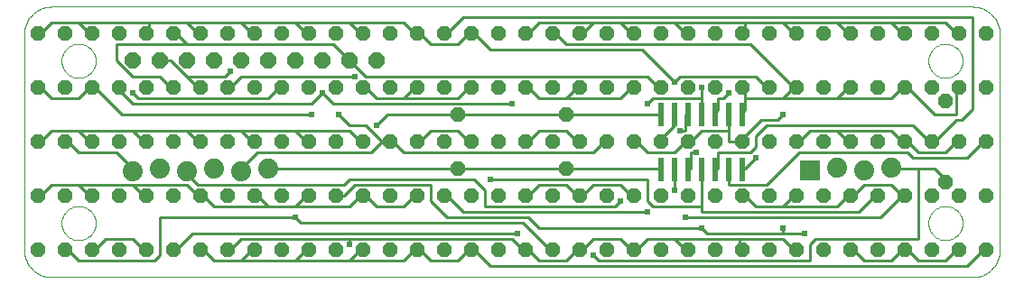
<source format=gbl>
G75*
G70*
%OFA0B0*%
%FSLAX24Y24*%
%IPPOS*%
%LPD*%
%AMOC8*
5,1,8,0,0,1.08239X$1,22.5*
%
%ADD10C,0.0000*%
%ADD11OC8,0.0520*%
%ADD12OC8,0.0600*%
%ADD13R,0.0240X0.0870*%
%ADD14R,0.0740X0.0740*%
%ADD15C,0.0740*%
%ADD16C,0.0100*%
%ADD17C,0.0240*%
D10*
X001811Y000100D02*
X035811Y000100D01*
X035871Y000102D01*
X035932Y000107D01*
X035991Y000116D01*
X036050Y000129D01*
X036109Y000145D01*
X036166Y000165D01*
X036221Y000188D01*
X036276Y000215D01*
X036328Y000244D01*
X036379Y000277D01*
X036428Y000313D01*
X036474Y000351D01*
X036518Y000393D01*
X036560Y000437D01*
X036598Y000483D01*
X036634Y000532D01*
X036667Y000583D01*
X036696Y000635D01*
X036723Y000690D01*
X036746Y000745D01*
X036766Y000802D01*
X036782Y000861D01*
X036795Y000920D01*
X036804Y000979D01*
X036809Y001040D01*
X036811Y001100D01*
X036811Y009100D01*
X036809Y009160D01*
X036804Y009221D01*
X036795Y009280D01*
X036782Y009339D01*
X036766Y009398D01*
X036746Y009455D01*
X036723Y009510D01*
X036696Y009565D01*
X036667Y009617D01*
X036634Y009668D01*
X036598Y009717D01*
X036560Y009763D01*
X036518Y009807D01*
X036474Y009849D01*
X036428Y009887D01*
X036379Y009923D01*
X036328Y009956D01*
X036276Y009985D01*
X036221Y010012D01*
X036166Y010035D01*
X036109Y010055D01*
X036050Y010071D01*
X035991Y010084D01*
X035932Y010093D01*
X035871Y010098D01*
X035811Y010100D01*
X001811Y010100D01*
X001751Y010098D01*
X001690Y010093D01*
X001631Y010084D01*
X001572Y010071D01*
X001513Y010055D01*
X001456Y010035D01*
X001401Y010012D01*
X001346Y009985D01*
X001294Y009956D01*
X001243Y009923D01*
X001194Y009887D01*
X001148Y009849D01*
X001104Y009807D01*
X001062Y009763D01*
X001024Y009717D01*
X000988Y009668D01*
X000955Y009617D01*
X000926Y009565D01*
X000899Y009510D01*
X000876Y009455D01*
X000856Y009398D01*
X000840Y009339D01*
X000827Y009280D01*
X000818Y009221D01*
X000813Y009160D01*
X000811Y009100D01*
X000811Y001100D01*
X000813Y001040D01*
X000818Y000979D01*
X000827Y000920D01*
X000840Y000861D01*
X000856Y000802D01*
X000876Y000745D01*
X000899Y000690D01*
X000926Y000635D01*
X000955Y000583D01*
X000988Y000532D01*
X001024Y000483D01*
X001062Y000437D01*
X001104Y000393D01*
X001148Y000351D01*
X001194Y000313D01*
X001243Y000277D01*
X001294Y000244D01*
X001346Y000215D01*
X001401Y000188D01*
X001456Y000165D01*
X001513Y000145D01*
X001572Y000129D01*
X001631Y000116D01*
X001690Y000107D01*
X001751Y000102D01*
X001811Y000100D01*
X002181Y002100D02*
X002183Y002150D01*
X002189Y002200D01*
X002199Y002249D01*
X002213Y002297D01*
X002230Y002344D01*
X002251Y002389D01*
X002276Y002433D01*
X002304Y002474D01*
X002336Y002513D01*
X002370Y002550D01*
X002407Y002584D01*
X002447Y002614D01*
X002489Y002641D01*
X002533Y002665D01*
X002579Y002686D01*
X002626Y002702D01*
X002674Y002715D01*
X002724Y002724D01*
X002773Y002729D01*
X002824Y002730D01*
X002874Y002727D01*
X002923Y002720D01*
X002972Y002709D01*
X003020Y002694D01*
X003066Y002676D01*
X003111Y002654D01*
X003154Y002628D01*
X003195Y002599D01*
X003234Y002567D01*
X003270Y002532D01*
X003302Y002494D01*
X003332Y002454D01*
X003359Y002411D01*
X003382Y002367D01*
X003401Y002321D01*
X003417Y002273D01*
X003429Y002224D01*
X003437Y002175D01*
X003441Y002125D01*
X003441Y002075D01*
X003437Y002025D01*
X003429Y001976D01*
X003417Y001927D01*
X003401Y001879D01*
X003382Y001833D01*
X003359Y001789D01*
X003332Y001746D01*
X003302Y001706D01*
X003270Y001668D01*
X003234Y001633D01*
X003195Y001601D01*
X003154Y001572D01*
X003111Y001546D01*
X003066Y001524D01*
X003020Y001506D01*
X002972Y001491D01*
X002923Y001480D01*
X002874Y001473D01*
X002824Y001470D01*
X002773Y001471D01*
X002724Y001476D01*
X002674Y001485D01*
X002626Y001498D01*
X002579Y001514D01*
X002533Y001535D01*
X002489Y001559D01*
X002447Y001586D01*
X002407Y001616D01*
X002370Y001650D01*
X002336Y001687D01*
X002304Y001726D01*
X002276Y001767D01*
X002251Y001811D01*
X002230Y001856D01*
X002213Y001903D01*
X002199Y001951D01*
X002189Y002000D01*
X002183Y002050D01*
X002181Y002100D01*
X002181Y008100D02*
X002183Y008150D01*
X002189Y008200D01*
X002199Y008249D01*
X002213Y008297D01*
X002230Y008344D01*
X002251Y008389D01*
X002276Y008433D01*
X002304Y008474D01*
X002336Y008513D01*
X002370Y008550D01*
X002407Y008584D01*
X002447Y008614D01*
X002489Y008641D01*
X002533Y008665D01*
X002579Y008686D01*
X002626Y008702D01*
X002674Y008715D01*
X002724Y008724D01*
X002773Y008729D01*
X002824Y008730D01*
X002874Y008727D01*
X002923Y008720D01*
X002972Y008709D01*
X003020Y008694D01*
X003066Y008676D01*
X003111Y008654D01*
X003154Y008628D01*
X003195Y008599D01*
X003234Y008567D01*
X003270Y008532D01*
X003302Y008494D01*
X003332Y008454D01*
X003359Y008411D01*
X003382Y008367D01*
X003401Y008321D01*
X003417Y008273D01*
X003429Y008224D01*
X003437Y008175D01*
X003441Y008125D01*
X003441Y008075D01*
X003437Y008025D01*
X003429Y007976D01*
X003417Y007927D01*
X003401Y007879D01*
X003382Y007833D01*
X003359Y007789D01*
X003332Y007746D01*
X003302Y007706D01*
X003270Y007668D01*
X003234Y007633D01*
X003195Y007601D01*
X003154Y007572D01*
X003111Y007546D01*
X003066Y007524D01*
X003020Y007506D01*
X002972Y007491D01*
X002923Y007480D01*
X002874Y007473D01*
X002824Y007470D01*
X002773Y007471D01*
X002724Y007476D01*
X002674Y007485D01*
X002626Y007498D01*
X002579Y007514D01*
X002533Y007535D01*
X002489Y007559D01*
X002447Y007586D01*
X002407Y007616D01*
X002370Y007650D01*
X002336Y007687D01*
X002304Y007726D01*
X002276Y007767D01*
X002251Y007811D01*
X002230Y007856D01*
X002213Y007903D01*
X002199Y007951D01*
X002189Y008000D01*
X002183Y008050D01*
X002181Y008100D01*
X034181Y008100D02*
X034183Y008150D01*
X034189Y008200D01*
X034199Y008249D01*
X034213Y008297D01*
X034230Y008344D01*
X034251Y008389D01*
X034276Y008433D01*
X034304Y008474D01*
X034336Y008513D01*
X034370Y008550D01*
X034407Y008584D01*
X034447Y008614D01*
X034489Y008641D01*
X034533Y008665D01*
X034579Y008686D01*
X034626Y008702D01*
X034674Y008715D01*
X034724Y008724D01*
X034773Y008729D01*
X034824Y008730D01*
X034874Y008727D01*
X034923Y008720D01*
X034972Y008709D01*
X035020Y008694D01*
X035066Y008676D01*
X035111Y008654D01*
X035154Y008628D01*
X035195Y008599D01*
X035234Y008567D01*
X035270Y008532D01*
X035302Y008494D01*
X035332Y008454D01*
X035359Y008411D01*
X035382Y008367D01*
X035401Y008321D01*
X035417Y008273D01*
X035429Y008224D01*
X035437Y008175D01*
X035441Y008125D01*
X035441Y008075D01*
X035437Y008025D01*
X035429Y007976D01*
X035417Y007927D01*
X035401Y007879D01*
X035382Y007833D01*
X035359Y007789D01*
X035332Y007746D01*
X035302Y007706D01*
X035270Y007668D01*
X035234Y007633D01*
X035195Y007601D01*
X035154Y007572D01*
X035111Y007546D01*
X035066Y007524D01*
X035020Y007506D01*
X034972Y007491D01*
X034923Y007480D01*
X034874Y007473D01*
X034824Y007470D01*
X034773Y007471D01*
X034724Y007476D01*
X034674Y007485D01*
X034626Y007498D01*
X034579Y007514D01*
X034533Y007535D01*
X034489Y007559D01*
X034447Y007586D01*
X034407Y007616D01*
X034370Y007650D01*
X034336Y007687D01*
X034304Y007726D01*
X034276Y007767D01*
X034251Y007811D01*
X034230Y007856D01*
X034213Y007903D01*
X034199Y007951D01*
X034189Y008000D01*
X034183Y008050D01*
X034181Y008100D01*
X034181Y002100D02*
X034183Y002150D01*
X034189Y002200D01*
X034199Y002249D01*
X034213Y002297D01*
X034230Y002344D01*
X034251Y002389D01*
X034276Y002433D01*
X034304Y002474D01*
X034336Y002513D01*
X034370Y002550D01*
X034407Y002584D01*
X034447Y002614D01*
X034489Y002641D01*
X034533Y002665D01*
X034579Y002686D01*
X034626Y002702D01*
X034674Y002715D01*
X034724Y002724D01*
X034773Y002729D01*
X034824Y002730D01*
X034874Y002727D01*
X034923Y002720D01*
X034972Y002709D01*
X035020Y002694D01*
X035066Y002676D01*
X035111Y002654D01*
X035154Y002628D01*
X035195Y002599D01*
X035234Y002567D01*
X035270Y002532D01*
X035302Y002494D01*
X035332Y002454D01*
X035359Y002411D01*
X035382Y002367D01*
X035401Y002321D01*
X035417Y002273D01*
X035429Y002224D01*
X035437Y002175D01*
X035441Y002125D01*
X035441Y002075D01*
X035437Y002025D01*
X035429Y001976D01*
X035417Y001927D01*
X035401Y001879D01*
X035382Y001833D01*
X035359Y001789D01*
X035332Y001746D01*
X035302Y001706D01*
X035270Y001668D01*
X035234Y001633D01*
X035195Y001601D01*
X035154Y001572D01*
X035111Y001546D01*
X035066Y001524D01*
X035020Y001506D01*
X034972Y001491D01*
X034923Y001480D01*
X034874Y001473D01*
X034824Y001470D01*
X034773Y001471D01*
X034724Y001476D01*
X034674Y001485D01*
X034626Y001498D01*
X034579Y001514D01*
X034533Y001535D01*
X034489Y001559D01*
X034447Y001586D01*
X034407Y001616D01*
X034370Y001650D01*
X034336Y001687D01*
X034304Y001726D01*
X034276Y001767D01*
X034251Y001811D01*
X034230Y001856D01*
X034213Y001903D01*
X034199Y001951D01*
X034189Y002000D01*
X034183Y002050D01*
X034181Y002100D01*
D11*
X034311Y001100D03*
X033311Y001100D03*
X032311Y001100D03*
X031311Y001100D03*
X030311Y001100D03*
X029311Y001100D03*
X028311Y001100D03*
X027311Y001100D03*
X026311Y001100D03*
X025311Y001100D03*
X024311Y001100D03*
X023311Y001100D03*
X022311Y001100D03*
X021311Y001100D03*
X020311Y001100D03*
X019311Y001100D03*
X018311Y001100D03*
X017311Y001100D03*
X016311Y001100D03*
X015311Y001100D03*
X014311Y001100D03*
X013311Y001100D03*
X012311Y001100D03*
X011311Y001100D03*
X010311Y001100D03*
X009311Y001100D03*
X008311Y001100D03*
X007311Y001100D03*
X006311Y001100D03*
X005311Y001100D03*
X004311Y001100D03*
X003311Y001100D03*
X002311Y001100D03*
X001311Y001100D03*
X001311Y003100D03*
X002311Y003100D03*
X003311Y003100D03*
X004311Y003100D03*
X005311Y003100D03*
X006311Y003100D03*
X007311Y003100D03*
X008311Y003100D03*
X009311Y003100D03*
X010311Y003100D03*
X011311Y003100D03*
X012311Y003100D03*
X013311Y003100D03*
X014311Y003100D03*
X015311Y003100D03*
X016311Y003100D03*
X017311Y003100D03*
X018311Y003100D03*
X019311Y003100D03*
X020311Y003100D03*
X021311Y003100D03*
X022311Y003100D03*
X023311Y003100D03*
X024311Y003100D03*
X025311Y003100D03*
X026311Y003100D03*
X027311Y003100D03*
X028311Y003100D03*
X029311Y003100D03*
X030311Y003100D03*
X031311Y003100D03*
X032311Y003100D03*
X033311Y003100D03*
X034311Y003100D03*
X035311Y003100D03*
X036311Y003100D03*
X034811Y003600D03*
X035311Y005100D03*
X036311Y005100D03*
X034311Y005100D03*
X033311Y005100D03*
X032311Y005100D03*
X031311Y005100D03*
X030311Y005100D03*
X029311Y005100D03*
X028311Y005100D03*
X027311Y005100D03*
X026311Y005100D03*
X025311Y005100D03*
X024311Y005100D03*
X023311Y005100D03*
X022311Y005100D03*
X021311Y005100D03*
X020311Y005100D03*
X019311Y005100D03*
X018311Y005100D03*
X017311Y005100D03*
X016311Y005100D03*
X015311Y005100D03*
X014311Y005100D03*
X013311Y005100D03*
X012311Y005100D03*
X011311Y005100D03*
X010311Y005100D03*
X009311Y005100D03*
X008311Y005100D03*
X007311Y005100D03*
X006311Y005100D03*
X005311Y005100D03*
X004311Y005100D03*
X003311Y005100D03*
X002311Y005100D03*
X001311Y005100D03*
X001311Y007100D03*
X002311Y007100D03*
X003311Y007100D03*
X004311Y007100D03*
X005311Y007100D03*
X006311Y007100D03*
X007311Y007100D03*
X008311Y007100D03*
X009311Y007100D03*
X010311Y007100D03*
X011311Y007100D03*
X012311Y007100D03*
X013311Y007100D03*
X014311Y007100D03*
X015311Y007100D03*
X016311Y007100D03*
X017311Y007100D03*
X018311Y007100D03*
X019311Y007100D03*
X020311Y007100D03*
X021311Y007100D03*
X022311Y007100D03*
X023311Y007100D03*
X024311Y007100D03*
X025311Y007100D03*
X026311Y007100D03*
X027311Y007100D03*
X028311Y007100D03*
X029311Y007100D03*
X030311Y007100D03*
X031311Y007100D03*
X032311Y007100D03*
X033311Y007100D03*
X034311Y007100D03*
X035311Y007100D03*
X036311Y007100D03*
X034811Y006600D03*
X035311Y009100D03*
X036311Y009100D03*
X034311Y009100D03*
X033311Y009100D03*
X032311Y009100D03*
X031311Y009100D03*
X030311Y009100D03*
X029311Y009100D03*
X028311Y009100D03*
X027311Y009100D03*
X026311Y009100D03*
X025311Y009100D03*
X024311Y009100D03*
X023311Y009100D03*
X022311Y009100D03*
X021311Y009100D03*
X020311Y009100D03*
X019311Y009100D03*
X018311Y009100D03*
X017311Y009100D03*
X016311Y009100D03*
X015311Y009100D03*
X014311Y009100D03*
X013311Y009100D03*
X012311Y009100D03*
X011311Y009100D03*
X010311Y009100D03*
X009311Y009100D03*
X008311Y009100D03*
X007311Y009100D03*
X006311Y009100D03*
X005311Y009100D03*
X004311Y009100D03*
X003311Y009100D03*
X002311Y009100D03*
X001311Y009100D03*
X016811Y006100D03*
X020811Y006100D03*
X020811Y004100D03*
X016811Y004100D03*
X035311Y001100D03*
X036311Y001100D03*
D12*
X013811Y008100D03*
X012811Y008100D03*
X011811Y008100D03*
X010811Y008100D03*
X009811Y008100D03*
X008811Y008100D03*
X007811Y008100D03*
X006811Y008100D03*
X005811Y008100D03*
X004811Y008100D03*
D13*
X024311Y006125D03*
X024811Y006125D03*
X025311Y006125D03*
X025811Y006125D03*
X026311Y006125D03*
X026811Y006125D03*
X027311Y006125D03*
X027311Y004075D03*
X026811Y004075D03*
X026311Y004075D03*
X025811Y004075D03*
X025311Y004075D03*
X024811Y004075D03*
X024311Y004075D03*
D14*
X029811Y004050D03*
D15*
X030811Y004150D03*
X031811Y004050D03*
X032811Y004150D03*
X009811Y004100D03*
X008811Y004000D03*
X007811Y004100D03*
X006811Y004000D03*
X005811Y004100D03*
X004811Y004000D03*
D16*
X004811Y004100D01*
X004211Y004700D01*
X002811Y004700D01*
X002411Y005100D01*
X002311Y005100D01*
X002811Y005500D02*
X003211Y005100D01*
X003311Y005100D01*
X002811Y005500D02*
X004811Y005500D01*
X006811Y005500D01*
X008811Y005500D01*
X010811Y005500D01*
X012811Y005500D01*
X013211Y005100D01*
X013311Y005100D01*
X013611Y004700D02*
X014011Y005100D01*
X014311Y005100D01*
X014411Y005100D01*
X014811Y004700D01*
X021811Y004700D01*
X022211Y005100D01*
X022311Y005100D01*
X023311Y005100D02*
X023411Y005100D01*
X023811Y004700D01*
X024811Y004700D01*
X025211Y005100D01*
X025311Y005100D01*
X025411Y005100D01*
X025811Y005500D01*
X026811Y005500D01*
X026811Y006125D01*
X026411Y006300D02*
X026311Y006125D01*
X026411Y006300D02*
X026411Y006700D01*
X026611Y006700D01*
X026811Y006900D01*
X027311Y007100D02*
X027411Y007100D01*
X027411Y006700D01*
X028811Y006700D01*
X030811Y006700D01*
X032811Y006700D01*
X033211Y007100D01*
X033311Y007100D01*
X033411Y007100D01*
X034411Y006100D01*
X035211Y006100D01*
X035211Y007100D01*
X035311Y007100D01*
X035811Y006300D02*
X035811Y009700D01*
X017011Y009700D01*
X016411Y009100D01*
X016311Y009100D01*
X016811Y008700D02*
X017211Y009100D01*
X017311Y009100D01*
X017411Y009100D01*
X018011Y008500D01*
X023611Y008500D01*
X024811Y007300D01*
X025011Y007500D01*
X027811Y007500D01*
X028211Y007100D01*
X028311Y007100D01*
X028811Y006700D02*
X029211Y007100D01*
X029311Y007100D01*
X029211Y007100D02*
X027611Y008700D01*
X020811Y008700D01*
X020411Y009100D01*
X020311Y009100D01*
X021311Y009100D02*
X021411Y009100D01*
X021811Y009500D01*
X019811Y009500D01*
X019411Y009100D01*
X019311Y009100D01*
X021811Y009500D02*
X022811Y009500D01*
X024811Y009500D01*
X027411Y009500D01*
X027411Y009100D01*
X027311Y009100D01*
X027411Y009500D02*
X028811Y009500D01*
X030811Y009500D01*
X032811Y009500D01*
X034811Y009500D01*
X035211Y009100D01*
X035311Y009100D01*
X033311Y009100D02*
X033211Y009100D01*
X032811Y009500D01*
X031311Y009100D02*
X031211Y009100D01*
X030811Y009500D01*
X029311Y009100D02*
X029211Y009100D01*
X028811Y009500D01*
X025311Y009100D02*
X025211Y009100D01*
X024811Y009500D01*
X023311Y009100D02*
X023211Y009100D01*
X022811Y009500D01*
X016811Y008700D02*
X015811Y008700D01*
X015411Y009100D01*
X015311Y009100D01*
X015211Y009100D01*
X014811Y009500D01*
X012811Y009500D01*
X010811Y009500D01*
X008811Y009500D01*
X006811Y009500D01*
X005411Y009500D01*
X005411Y009100D01*
X005311Y009100D01*
X006311Y009100D02*
X006411Y009100D01*
X006811Y008700D01*
X004211Y008700D01*
X004211Y008100D01*
X004811Y007500D01*
X005811Y007500D01*
X006211Y007100D01*
X006311Y007100D01*
X006811Y007500D02*
X007211Y007100D01*
X007311Y007100D01*
X008311Y007100D02*
X008411Y007100D01*
X008811Y007500D01*
X013011Y007500D01*
X013411Y007500D02*
X023811Y007500D01*
X024211Y007100D01*
X024311Y007100D01*
X023311Y007100D02*
X023211Y007100D01*
X022811Y006700D01*
X020811Y006700D01*
X021211Y007100D01*
X021311Y007100D01*
X020811Y006700D02*
X019811Y006700D01*
X019411Y007100D01*
X019311Y007100D01*
X018811Y006500D02*
X012211Y006500D01*
X011811Y006900D01*
X011411Y006500D01*
X004811Y006500D01*
X004211Y007100D01*
X004311Y007100D01*
X004811Y006900D02*
X005011Y006700D01*
X009811Y006700D01*
X010211Y007100D01*
X010311Y007100D01*
X008411Y007700D02*
X008211Y007500D01*
X006811Y007500D01*
X006211Y008100D01*
X005811Y008100D01*
X006811Y008700D02*
X012211Y008700D01*
X012811Y008100D01*
X013411Y007500D01*
X013411Y007100D02*
X013311Y007100D01*
X013411Y007100D02*
X013811Y006700D01*
X014811Y006700D01*
X016811Y006700D01*
X017211Y007100D01*
X017311Y007100D01*
X015311Y007100D02*
X015211Y007100D01*
X014811Y006700D01*
X014211Y006100D02*
X016811Y006100D01*
X020811Y006100D01*
X024211Y006100D01*
X024311Y006125D01*
X024811Y006125D02*
X024811Y005700D01*
X024211Y005100D01*
X024311Y005100D01*
X025011Y005500D02*
X025211Y005500D01*
X025211Y006100D01*
X025311Y006125D01*
X025811Y006125D02*
X025811Y006700D01*
X024011Y006700D01*
X023811Y006500D01*
X025811Y006700D02*
X025811Y007100D01*
X027411Y006700D02*
X027411Y006300D01*
X027311Y006125D01*
X028011Y005900D02*
X027211Y005100D01*
X027311Y005100D01*
X027211Y005100D02*
X026811Y005100D01*
X026811Y005500D01*
X027811Y005300D02*
X028211Y005700D01*
X033611Y005700D01*
X034211Y005100D01*
X034311Y005100D01*
X034411Y005100D01*
X035211Y005900D01*
X035411Y005900D01*
X035811Y006300D01*
X033211Y005100D02*
X032811Y005500D01*
X030811Y005500D01*
X031211Y005100D01*
X031311Y005100D01*
X030811Y005500D02*
X029811Y005500D01*
X029411Y005100D01*
X029311Y005100D01*
X029411Y004700D02*
X033411Y004700D01*
X033611Y004500D01*
X035611Y004500D01*
X036211Y005100D01*
X036311Y005100D01*
X035311Y005100D02*
X035211Y005100D01*
X034811Y004700D01*
X033811Y004700D01*
X033411Y005100D01*
X033311Y005100D01*
X033211Y005100D01*
X032811Y004150D02*
X032811Y004100D01*
X033811Y004100D01*
X033811Y001500D01*
X030011Y001500D01*
X029811Y001300D01*
X029811Y000700D01*
X022011Y000700D01*
X021811Y000900D01*
X021411Y001100D02*
X021311Y001100D01*
X021211Y001100D01*
X020811Y000700D01*
X019811Y000700D01*
X019411Y001100D01*
X019311Y001100D01*
X019211Y001100D01*
X018811Y001500D01*
X012811Y001500D01*
X012811Y001300D01*
X012811Y001500D02*
X008811Y001500D01*
X008411Y001100D01*
X008311Y001100D01*
X008811Y000700D02*
X009211Y001100D01*
X009311Y001100D01*
X008811Y000700D02*
X007811Y000700D01*
X007411Y001100D01*
X007311Y001100D01*
X007011Y001700D02*
X006411Y001100D01*
X006311Y001100D01*
X005811Y000900D02*
X005811Y002300D01*
X010811Y002300D01*
X011011Y002100D01*
X019211Y002100D01*
X020211Y001100D01*
X020311Y001100D01*
X021411Y001100D02*
X021811Y001500D01*
X022811Y001500D01*
X023211Y001100D01*
X023311Y001100D01*
X023411Y001100D01*
X023811Y001500D01*
X024811Y001500D01*
X027211Y001500D01*
X027211Y001100D01*
X027311Y001100D01*
X027211Y001500D02*
X028811Y001500D01*
X029211Y001100D01*
X029311Y001100D01*
X031311Y001100D02*
X031411Y001100D01*
X031811Y000700D01*
X032811Y000700D01*
X033211Y001100D01*
X033311Y001100D01*
X033411Y001100D01*
X033811Y000700D01*
X034811Y000700D01*
X035211Y001100D01*
X035311Y001100D01*
X035611Y000500D02*
X036211Y001100D01*
X036311Y001100D01*
X035611Y000500D02*
X018011Y000500D01*
X017411Y001100D01*
X017311Y001100D01*
X017211Y001100D01*
X016811Y000700D01*
X015811Y000700D01*
X015411Y001100D01*
X015311Y001100D01*
X015211Y001100D01*
X014811Y000700D01*
X012811Y000700D01*
X010811Y000700D01*
X008811Y000700D01*
X010811Y000700D02*
X011211Y001100D01*
X011311Y001100D01*
X012811Y000700D02*
X013211Y001100D01*
X013311Y001100D01*
X015811Y002900D02*
X016411Y002300D01*
X019411Y002300D01*
X019811Y001900D01*
X025811Y001900D01*
X026011Y001700D01*
X028811Y001700D01*
X028811Y001900D01*
X028811Y001700D02*
X029611Y001700D01*
X032411Y002300D02*
X025211Y002300D01*
X025811Y002500D02*
X031611Y002500D01*
X032211Y003100D01*
X032311Y003100D01*
X032811Y003500D02*
X033211Y003100D01*
X033311Y003100D01*
X033211Y003100D02*
X032411Y002300D01*
X031211Y003100D02*
X030811Y002700D01*
X028811Y002700D01*
X029211Y003100D01*
X029311Y003100D01*
X028811Y002700D02*
X027811Y002700D01*
X027411Y003100D01*
X027311Y003100D01*
X026811Y003500D02*
X028211Y003500D01*
X029411Y004700D01*
X027811Y004500D02*
X027411Y004100D01*
X027311Y004075D01*
X026811Y004075D02*
X026811Y003500D01*
X026411Y004100D02*
X026311Y004075D01*
X026411Y004100D02*
X026411Y004700D01*
X027611Y004700D01*
X027811Y004900D01*
X027811Y005300D01*
X028011Y005900D02*
X028611Y005900D01*
X028811Y006100D01*
X030811Y006700D02*
X031211Y007100D01*
X031311Y007100D01*
X025611Y004700D02*
X025411Y004700D01*
X025411Y004100D01*
X025311Y004075D01*
X025811Y004075D02*
X025811Y002700D01*
X024011Y002700D01*
X023811Y002900D01*
X023811Y003700D01*
X018011Y003700D01*
X017811Y003300D02*
X017411Y003700D01*
X012811Y003700D01*
X012611Y003500D01*
X007211Y003500D01*
X006811Y003900D01*
X006811Y004000D01*
X006811Y003500D02*
X004811Y003500D01*
X002811Y003500D01*
X003211Y003100D01*
X003311Y003100D01*
X002811Y003500D02*
X001811Y003500D01*
X001411Y003100D01*
X001311Y003100D01*
X004811Y003500D02*
X005211Y003100D01*
X005311Y003100D01*
X006811Y003500D02*
X007211Y003100D01*
X007311Y003100D01*
X007411Y003100D01*
X007811Y002700D01*
X009811Y002700D01*
X010811Y002700D01*
X012811Y002700D01*
X013211Y003100D01*
X013311Y003100D01*
X013411Y003100D01*
X013811Y002700D01*
X014811Y002700D01*
X015211Y003100D01*
X015311Y003100D01*
X015811Y002900D02*
X015811Y003500D01*
X013011Y003500D01*
X012611Y003100D01*
X012311Y003100D01*
X011311Y003100D02*
X011211Y003100D01*
X010811Y002700D01*
X009811Y002700D02*
X009411Y003100D01*
X009311Y003100D01*
X008811Y004000D02*
X008811Y004100D01*
X009411Y004700D01*
X013611Y004700D01*
X014011Y005100D02*
X013411Y005700D01*
X012811Y005700D01*
X012411Y006100D01*
X011411Y006100D02*
X004411Y006100D01*
X003411Y007100D01*
X003311Y007100D01*
X003211Y007100D01*
X002811Y006700D01*
X001811Y006700D01*
X001411Y007100D01*
X001311Y007100D01*
X001811Y005500D02*
X002811Y005500D01*
X001811Y005500D02*
X001411Y005100D01*
X001311Y005100D01*
X004811Y005500D02*
X005211Y005100D01*
X005311Y005100D01*
X006811Y005500D02*
X007211Y005100D01*
X007311Y005100D01*
X008811Y005500D02*
X009211Y005100D01*
X009311Y005100D01*
X010811Y005500D02*
X011211Y005100D01*
X011311Y005100D01*
X013811Y005700D02*
X014211Y006100D01*
X015411Y005100D02*
X015811Y005500D01*
X016811Y005500D01*
X017211Y005100D01*
X017311Y005100D01*
X015411Y005100D02*
X015311Y005100D01*
X016811Y004100D02*
X009811Y004100D01*
X016311Y003100D02*
X016411Y003100D01*
X017011Y002500D01*
X023811Y002500D01*
X022811Y002900D02*
X022611Y002700D01*
X017811Y002700D01*
X017811Y003300D01*
X019311Y003100D02*
X019411Y003100D01*
X019811Y003500D01*
X020811Y003500D01*
X021211Y003100D01*
X021311Y003100D01*
X021411Y003100D01*
X021811Y003500D01*
X022811Y003500D01*
X023211Y003100D01*
X023311Y003100D01*
X024811Y003300D02*
X024811Y004075D01*
X024311Y004075D02*
X024211Y004100D01*
X020811Y004100D01*
X016811Y004100D01*
X019311Y005100D02*
X019411Y005100D01*
X019811Y005500D01*
X020811Y005500D01*
X021211Y005100D01*
X021311Y005100D01*
X025811Y002700D02*
X025811Y002500D01*
X024811Y001500D02*
X025211Y001100D01*
X025311Y001100D01*
X019011Y001700D02*
X007011Y001700D01*
X005211Y001100D02*
X004811Y001500D01*
X003811Y001500D01*
X003411Y001100D01*
X003311Y001100D01*
X002811Y000700D02*
X002411Y001100D01*
X002311Y001100D01*
X002811Y000700D02*
X005611Y000700D01*
X005811Y000900D01*
X005311Y001100D02*
X005211Y001100D01*
X031211Y003100D02*
X031311Y003100D01*
X031411Y003100D01*
X031811Y003500D01*
X032811Y003500D01*
X033811Y004100D02*
X034411Y004100D01*
X034811Y003700D01*
X034811Y003600D01*
X013311Y009100D02*
X013211Y009100D01*
X012811Y009500D01*
X011311Y009100D02*
X011211Y009100D01*
X010811Y009500D01*
X009311Y009100D02*
X009211Y009100D01*
X008811Y009500D01*
X007311Y009100D02*
X007211Y009100D01*
X006811Y009500D01*
X005411Y009500D02*
X002811Y009500D01*
X003211Y009100D01*
X003311Y009100D01*
X002811Y009500D02*
X001811Y009500D01*
X001411Y009100D01*
X001311Y009100D01*
D17*
X008411Y007700D03*
X011811Y006900D03*
X013011Y007500D03*
X012411Y006100D03*
X011411Y006100D03*
X013811Y005700D03*
X018811Y006500D03*
X023811Y006500D03*
X025811Y007100D03*
X024811Y007300D03*
X026811Y006900D03*
X028811Y006100D03*
X025011Y005500D03*
X025611Y004700D03*
X027811Y004500D03*
X024811Y003300D03*
X022811Y002900D03*
X023811Y002500D03*
X025211Y002300D03*
X025811Y001900D03*
X028811Y001900D03*
X029611Y001700D03*
X021811Y000900D03*
X019011Y001700D03*
X012811Y001300D03*
X010811Y002300D03*
X018011Y003700D03*
X004811Y006900D03*
M02*

</source>
